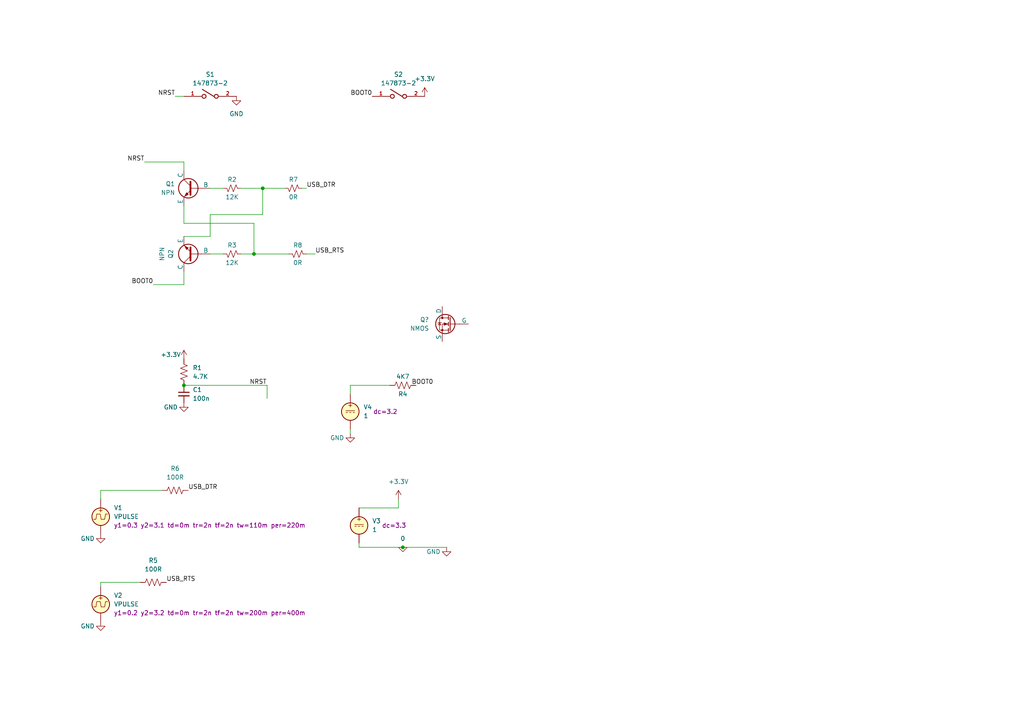
<source format=kicad_sch>
(kicad_sch (version 20230121) (generator eeschema)
  (paper "A4")
  (lib_symbols
    (symbol "BlinkyShared:147873-2" (pin_names (offset 1.016))
      (property "Reference" "S" (at -5.0838 5.0838 0))
      (property "Value" "147873-2" (at -5.0804 -5.0804 0))
      (symbol "147873-2_0_0"
        (circle (center -1.778 0) (radius 0.568) (stroke (width 0.254)))
        (polyline (pts (xy 1.016 0) (xy -2.286 2.032)) (stroke (width 0.254)))
        (circle (center 1.778 0) (radius 0.568) (stroke (width 0.254)))
        (pin passive line (at -7.62 0 0) (length 5.08) (name "~") (number "1"))
        (pin passive line (at 7.62 0 180) (length 5.08) (name "~") (number "2"))
      )
    )
    (symbol "Device:C_Small" (pin_numbers hide) (pin_names (offset 0.254) hide)
      (property "Reference" "C" (at 0.254 1.778 0))
      (property "Value" "C_Small" (at 0.254 -2.032 0))
      (symbol "C_Small_0_1"
        (polyline (pts (xy -1.524 -0.508) (xy 1.524 -0.508)) (stroke (width 0.3302)))
        (polyline (pts (xy -1.524 0.508) (xy 1.524 0.508)) (stroke (width 0.3048)))
      )
      (symbol "C_Small_1_1"
        (pin passive line (at 0 2.54 270) (length 2.032) (name "~") (number "1"))
        (pin passive line (at 0 -2.54 90) (length 2.032) (name "~") (number "2"))
      )
    )
    (symbol "Device:R_Small_US" (pin_numbers hide) (pin_names (offset 0.254) hide)
      (property "Reference" "R" (at 0.762 0.508 0))
      (property "Value" "R_Small_US" (at 0.762 -1.016 0))
      (symbol "R_Small_US_1_1"
        (polyline (pts (xy 0 0) (xy 1.016 -0.381) (xy 0 -0.762) (xy -1.016 -1.143) (xy 0 -1.524)))
        (polyline (pts (xy 0 1.524) (xy 1.016 1.143) (xy 0 0.762) (xy -1.016 0.381) (xy 0 0)))
        (pin passive line (at 0 2.54 270) (length 1.016) (name "~") (number "1"))
        (pin passive line (at 0 -2.54 90) (length 1.016) (name "~") (number "2"))
      )
    )
    (symbol "Device:R_US" (pin_numbers hide) (pin_names (offset 0))
      (property "Reference" "R" (at 2.54 0 90))
      (property "Value" "R_US" (at -2.54 0 90))
      (symbol "R_US_0_1"
        (polyline (pts (xy 0 -2.286) (xy 0 -2.54)))
        (polyline (pts (xy 0 2.286) (xy 0 2.54)))
        (polyline (pts (xy 0 -0.762) (xy 1.016 -1.143) (xy 0 -1.524) (xy -1.016 -1.905) (xy 0 -2.286)))
        (polyline (pts (xy 0 0.762) (xy 1.016 0.381) (xy 0 0) (xy -1.016 -0.381) (xy 0 -0.762)))
        (polyline (pts (xy 0 2.286) (xy 1.016 1.905) (xy 0 1.524) (xy -1.016 1.143) (xy 0 0.762)))
      )
      (symbol "R_US_1_1"
        (pin passive line (at 0 3.81 270) (length 1.27) (name "~") (number "1"))
        (pin passive line (at 0 -3.81 90) (length 1.27) (name "~") (number "2"))
      )
    )
    (symbol "Simulation_SPICE:0" (power) (pin_names (offset 0))
      (property "Value" "0" (at 0 -1.778 0))
      (symbol "0_0_1"
        (polyline (pts (xy -1.27 0) (xy 0 -1.27) (xy 1.27 0) (xy -1.27 0)))
      )
      (symbol "0_1_1"
        (pin power_in line (at 0 0 0) (length 0) hide (name "0") (number "1"))
      )
    )
    (symbol "Simulation_SPICE:NMOS" (pin_numbers hide) (pin_names (offset 0))
      (property "Reference" "Q" (at 5.08 1.27 0))
      (property "Value" "NMOS" (at 5.08 -1.27 0))
      (symbol "NMOS_0_1"
        (polyline (pts (xy 0.254 0) (xy -2.54 0)))
        (polyline (pts (xy 0.254 1.905) (xy 0.254 -1.905)) (stroke (width 0.254)))
        (polyline (pts (xy 0.762 -1.27) (xy 0.762 -2.286)) (stroke (width 0.254)))
        (polyline (pts (xy 0.762 0.508) (xy 0.762 -0.508)) (stroke (width 0.254)))
        (polyline (pts (xy 0.762 2.286) (xy 0.762 1.27)) (stroke (width 0.254)))
        (polyline (pts (xy 2.54 2.54) (xy 2.54 1.778)))
        (polyline (pts (xy 2.54 -2.54) (xy 2.54 0) (xy 0.762 0)))
        (polyline (pts (xy 0.762 -1.778) (xy 3.302 -1.778) (xy 3.302 1.778) (xy 0.762 1.778)))
        (polyline (pts (xy 1.016 0) (xy 2.032 0.381) (xy 2.032 -0.381) (xy 1.016 0)) (fill (type outline)))
        (polyline (pts (xy 2.794 0.508) (xy 2.921 0.381) (xy 3.683 0.381) (xy 3.81 0.254)))
        (polyline (pts (xy 3.302 0.381) (xy 2.921 -0.254) (xy 3.683 -0.254) (xy 3.302 0.381)))
        (circle (center 1.651 0) (radius 2.794) (stroke (width 0.254)))
        (circle (center 2.54 -1.778) (radius 0.254) (fill (type outline)))
        (circle (center 2.54 1.778) (radius 0.254) (fill (type outline)))
      )
      (symbol "NMOS_1_1"
        (pin passive line (at 2.54 5.08 270) (length 2.54) (name "D") (number "1"))
        (pin input line (at -5.08 0 0) (length 2.54) (name "G") (number "2"))
        (pin passive line (at 2.54 -5.08 90) (length 2.54) (name "S") (number "3"))
      )
    )
    (symbol "Simulation_SPICE:NPN" (pin_numbers hide) (pin_names (offset 0))
      (property "Reference" "Q" (at -2.54 7.62 0))
      (property "Value" "NPN" (at -2.54 5.08 0))
      (symbol "NPN_0_1"
        (polyline (pts (xy -2.54 0) (xy 0.635 0)) (stroke (width 0.1524)))
        (polyline (pts (xy 0.635 0.635) (xy 2.54 2.54)))
        (polyline (pts (xy 2.794 -1.27) (xy 2.794 -1.27)) (stroke (width 0.1524)))
        (polyline (pts (xy 2.794 -1.27) (xy 2.794 -1.27)) (stroke (width 0.1524)))
        (polyline (pts (xy 0.635 -0.635) (xy 2.54 -2.54) (xy 2.54 -2.54)))
        (polyline (pts (xy 0.635 1.905) (xy 0.635 -1.905) (xy 0.635 -1.905)) (stroke (width 0.508)))
        (polyline (pts (xy 1.27 -1.778) (xy 1.778 -1.27) (xy 2.286 -2.286) (xy 1.27 -1.778) (xy 1.27 -1.778)) (fill (type outline)))
        (circle (center 1.27 0) (radius 2.8194) (stroke (width 0.254)))
      )
      (symbol "NPN_1_1"
        (pin open_collector line (at 2.54 5.08 270) (length 2.54) (name "C") (number "1"))
        (pin input line (at -5.08 0 0) (length 2.54) (name "B") (number "2"))
        (pin open_emitter line (at 2.54 -5.08 90) (length 2.54) (name "E") (number "3"))
      )
    )
    (symbol "Simulation_SPICE:VDC" (pin_numbers hide) (pin_names (offset 0.0254))
      (property "Reference" "V" (at 2.54 2.54 0))
      (property "Value" "1" (at 2.54 0 0))
      (symbol "VDC_0_0"
        (polyline (pts (xy -1.27 0.254) (xy 1.27 0.254)))
        (polyline (pts (xy -0.762 -0.254) (xy -1.27 -0.254)))
        (polyline (pts (xy 0.254 -0.254) (xy -0.254 -0.254)))
        (polyline (pts (xy 1.27 -0.254) (xy 0.762 -0.254)))
        (text "+" (at 0 1.905 0) (effects (font (size 1.27 1.27))))
      )
      (symbol "VDC_0_1"
        (circle (center 0 0) (radius 2.54) (stroke (width 0.254)) (fill (type background)))
      )
      (symbol "VDC_1_1"
        (pin passive line (at 0 5.08 270) (length 2.54) (name "~") (number "1"))
        (pin passive line (at 0 -5.08 90) (length 2.54) (name "~") (number "2"))
      )
    )
    (symbol "Simulation_SPICE:VPULSE" (pin_numbers hide) (pin_names (offset 0.0254))
      (property "Reference" "V" (at 2.54 2.54 0))
      (property "Value" "VPULSE" (at 2.54 0 0))
      (property "Sim.Params" "y1=0 y2=1 td=2n tr=2n tf=2n tw=50n per=100n" (at 2.54 -2.54 0))
      (symbol "VPULSE_0_0"
        (polyline (pts (xy -2.032 -0.762) (xy -1.397 -0.762) (xy -1.143 0.762) (xy -0.127 0.762) (xy 0.127 -0.762) (xy 1.143 -0.762) (xy 1.397 0.762) (xy 2.032 0.762)))
        (text "+" (at 0 1.905 0) (effects (font (size 1.27 1.27))))
      )
      (symbol "VPULSE_0_1"
        (circle (center 0 0) (radius 2.54) (stroke (width 0.254)) (fill (type background)))
      )
      (symbol "VPULSE_1_1"
        (pin passive line (at 0 5.08 270) (length 2.54) (name "~") (number "1"))
        (pin passive line (at 0 -5.08 90) (length 2.54) (name "~") (number "2"))
      )
    )
    (symbol "power:+3.3V" (power) (pin_names (offset 0))
      (property "Value" "+3.3V" (at 0 3.556 0))
      (symbol "+3.3V_0_1"
        (polyline (pts (xy -0.762 1.27) (xy 0 2.54)))
        (polyline (pts (xy 0 0) (xy 0 2.54)))
        (polyline (pts (xy 0 2.54) (xy 0.762 1.27)))
      )
      (symbol "+3.3V_1_1"
        (pin power_in line (at 0 0 90) (length 0) hide (name "+3.3V") (number "1"))
      )
    )
    (symbol "power:GND" (power) (pin_names (offset 0))
      (property "Value" "GND" (at 0 -3.81 0))
      (symbol "GND_0_1"
        (polyline (pts (xy 0 0) (xy 0 -1.27) (xy 1.27 -1.27) (xy 0 -2.54) (xy -1.27 -1.27) (xy 0 -1.27)))
      )
      (symbol "GND_1_1"
        (pin power_in line (at 0 0 270) (length 0) hide (name "GND") (number "1"))
      )
    )
  )
  (junction (at 53.34 111.76))
  (junction (at 73.66 73.66))
  (junction (at 116.84 158.75))
  (junction (at 76.2 54.61))
  (wire (pts (xy 53.34 64.77) (xy 73.66 64.77)))
  (wire (pts (xy 53.34 82.55) (xy 53.34 78.74)))
  (wire (pts (xy 77.47 115.57) (xy 77.47 111.76)))
  (wire (pts (xy 53.34 46.99) (xy 53.34 49.53)))
  (wire (pts (xy 53.34 68.58) (xy 60.96 68.58)))
  (wire (pts (xy 91.44 73.66) (xy 88.9 73.66)))
  (wire (pts (xy 101.6 111.76) (xy 113.03 111.76)))
  (wire (pts (xy 29.21 142.24) (xy 46.99 142.24)))
  (wire (pts (xy 29.21 168.91) (xy 29.21 170.18)))
  (wire (pts (xy 76.2 62.23) (xy 76.2 54.61)))
  (wire (pts (xy 60.96 54.61) (xy 64.77 54.61)))
  (wire (pts (xy 60.96 62.23) (xy 76.2 62.23)))
  (wire (pts (xy 60.96 73.66) (xy 64.77 73.66)))
  (wire (pts (xy 104.14 158.75) (xy 116.84 158.75)))
  (wire (pts (xy 53.34 111.76) (xy 77.47 111.76)))
  (wire (pts (xy 41.91 46.99) (xy 53.34 46.99)))
  (wire (pts (xy 101.6 125.73) (xy 101.6 124.46)))
  (wire (pts (xy 104.14 157.48) (xy 104.14 158.75)))
  (wire (pts (xy 53.34 59.69) (xy 53.34 64.77)))
  (wire (pts (xy 101.6 114.3) (xy 101.6 111.76)))
  (wire (pts (xy 115.57 147.32) (xy 115.57 144.78)))
  (wire (pts (xy 116.84 158.75) (xy 129.54 158.75)))
  (wire (pts (xy 120.65 111.76) (xy 119.38 111.76)))
  (wire (pts (xy 69.85 54.61) (xy 76.2 54.61)))
  (wire (pts (xy 88.9 54.61) (xy 87.63 54.61)))
  (wire (pts (xy 76.2 54.61) (xy 82.55 54.61)))
  (wire (pts (xy 104.14 147.32) (xy 115.57 147.32)))
  (wire (pts (xy 29.21 142.24) (xy 29.21 144.78)))
  (wire (pts (xy 44.45 82.55) (xy 53.34 82.55)))
  (wire (pts (xy 69.85 73.66) (xy 73.66 73.66)))
  (wire (pts (xy 73.66 73.66) (xy 83.82 73.66)))
  (wire (pts (xy 50.8 27.94) (xy 53.34 27.94)))
  (wire (pts (xy 60.96 68.58) (xy 60.96 62.23)))
  (wire (pts (xy 73.66 64.77) (xy 73.66 73.66)))
  (wire (pts (xy 40.64 168.91) (xy 29.21 168.91)))
  (label "USB_RTS" (at 91.44 73.66 0))
  (label "NRST" (at 50.8 27.94 180))
  (label "USB_DTR" (at 54.61 142.24 0))
  (label "BOOT0" (at 44.45 82.55 180))
  (label "NRST" (at 41.91 46.99 180))
  (label "USB_DTR" (at 88.9 54.61 0))
  (label "NRST" (at 72.39 111.76 0))
  (label "BOOT0" (at 119.38 111.76 0))
  (label "USB_RTS" (at 48.26 168.91 0))
  (label "BOOT0" (at 107.95 27.94 180))
  (symbol (lib_id "Simulation_SPICE:VPULSE") (at 29.21 175.26 0) (unit 1)
    (property "Reference" "V2" (at 33.02 172.6842 0) (effects (justify left)))
    (property "Value" "VPULSE" (at 33.02 175.2242 0) (effects (justify left)))
    (property "Sim.Pins" "1=+ 2=-" (effects hide))
    (property "Sim.Type" "PULSE" (effects hide))
    (property "Sim.Device" "V" (effects hide))
    (property "Sim.Params" "y1=0.2 y2=3.2 td=0m tr=2n tf=2n tw=200m per=400m" (at 33.02 177.7642 0) (effects (justify left)))
  )
  (symbol (lib_id "Simulation_SPICE:VDC") (at 101.6 119.38 0) (unit 1)
    (property "Reference" "V4" (at 105.41 118.0742 0) (effects (justify left)))
    (property "Value" "1" (at 105.41 120.6142 0) (effects (justify left)))
    (property "Sim.Pins" "1=+ 2=-" (effects hide))
    (property "Sim.Type" "DC" (effects hide))
    (property "Sim.Device" "V3.3" (effects hide))
    (property "Sim.Params" "dc=3.2" (at 111.76 119.38 0))
  )
  (symbol (lib_id "BlinkyShared:147873-2") (at 115.57 27.94 0) (unit 1)
    (property "Reference" "S2" (at 115.57 21.59 0))
    (property "Value" "147873-2" (at 115.57 24.13 0))
    (property "Footprint" "SW_147873-2" (effects hide))
    (property "Comment" "147873-2" (effects hide))
    (property "Contact_Current_Rating" "50 mA" (effects hide))
    (property "Configuration_Pole-Throw" "Single Pole - Single Throw" (effects hide))
    (property "JLCPCB Part #" "C266189" (effects hide))
    (property "Sim.Enable" "0" (effects hide))
  )
  (symbol (lib_id "Device:R_US") (at 50.8 142.24 90) (unit 1)
    (property "Reference" "R6" (at 50.8 135.89 90))
    (property "Value" "100R" (at 50.8 138.43 90))
    (property "Footprint" "Resistor_SMD:R_0603_1608Metric" (effects hide))
    (property "JLCPCB Part #" "C23162" (effects hide))
  )
  (symbol (lib_id "power:GND") (at 129.54 158.75 0) (unit 1)
    (property "Reference" "#PWR012" (effects hide))
    (property "Value" "GND" (at 125.73 160.02 0))
  )
  (symbol (lib_id "Device:R_US") (at 44.45 168.91 90) (unit 1)
    (property "Reference" "R5" (at 44.45 162.56 90))
    (property "Value" "100R" (at 44.45 165.1 90))
    (property "Footprint" "Resistor_SMD:R_0603_1608Metric" (effects hide))
    (property "JLCPCB Part #" "C23162" (effects hide))
  )
  (symbol (lib_id "Simulation_SPICE:NPN") (at 55.88 73.66 180) (unit 1)
    (property "Reference" "Q2" (at 49.53 73.66 90))
    (property "Value" "NPN" (at 46.99 73.66 90))
    (property "Sim.Device" "NPN" (effects hide))
    (property "Sim.Type" "GUMMELPOON" (effects hide))
    (property "Sim.Pins" "1=C 2=B 3=E" (effects hide))
  )
  (symbol (lib_id "power:+3.3V") (at 123.19 27.94 0) (unit 1)
    (property "Reference" "#PWR09" (effects hide))
    (property "Value" "+3.3V" (at 123.19 22.86 0))
  )
  (symbol (lib_id "Simulation_SPICE:NPN") (at 55.88 54.61 0) (mirror y) (unit 1)
    (property "Reference" "Q1" (at 50.8 53.34 0) (effects (justify left)))
    (property "Value" "NPN" (at 50.8 55.88 0) (effects (justify left)))
    (property "Sim.Device" "NPN" (effects hide))
    (property "Sim.Type" "GUMMELPOON" (effects hide))
    (property "Sim.Pins" "1=C 2=B 3=E" (effects hide))
  )
  (symbol (lib_id "power:GND") (at 68.58 27.94 0) (unit 1)
    (property "Reference" "#PWR01" (effects hide))
    (property "Value" "GND" (at 68.58 33.02 0))
  )
  (symbol (lib_id "Simulation_SPICE:VDC") (at 104.14 152.4 0) (unit 1)
    (property "Reference" "V3" (at 107.95 151.0942 0) (effects (justify left)))
    (property "Value" "1" (at 107.95 153.6342 0) (effects (justify left)))
    (property "Sim.Pins" "1=+ 2=-" (effects hide))
    (property "Sim.Type" "DC" (effects hide))
    (property "Sim.Device" "V3.3" (effects hide))
    (property "Sim.Params" "dc=3.3" (at 114.3 152.4 0))
  )
  (symbol (lib_id "power:GND") (at 29.21 154.94 0) (unit 1)
    (property "Reference" "#PWR04" (effects hide))
    (property "Value" "GND" (at 25.4 156.21 0))
  )
  (symbol (lib_id "Device:R_US") (at 116.84 111.76 270) (unit 1)
    (property "Reference" "R4" (at 116.84 114.3 90))
    (property "Value" "4K7" (at 116.84 109.22 90))
    (property "Footprint" "Resistor_SMD:R_0603_1608Metric" (effects hide))
    (property "JLCPCB Part #" "C23162" (effects hide))
  )
  (symbol (lib_id "BlinkyShared:147873-2") (at 60.96 27.94 0) (unit 1)
    (property "Reference" "S1" (at 60.96 21.59 0))
    (property "Value" "147873-2" (at 60.96 24.13 0))
    (property "Footprint" "SW_147873-2" (effects hide))
    (property "Comment" "147873-2" (effects hide))
    (property "Contact_Current_Rating" "50 mA" (effects hide))
    (property "Configuration_Pole-Throw" "Single Pole - Single Throw" (effects hide))
    (property "JLCPCB Part #" "C266189" (effects hide))
    (property "Sim.Enable" "0" (effects hide))
  )
  (symbol (lib_id "Simulation_SPICE:NMOS") (at 130.81 93.98 0) (mirror y) (unit 1)
    (property "Reference" "Q?" (at 124.46 92.71 0) (effects (justify left)))
    (property "Value" "NMOS" (at 124.46 95.25 0) (effects (justify left)))
    (property "Datasheet" "https://ngspice.sourceforge.io/docs/ngspice-manual.pdf" (effects hide))
    (property "Sim.Device" "NMOS" (effects hide))
    (property "Sim.Type" "VDMOS" (effects hide))
    (property "Sim.Pins" "1=D 2=G 3=S" (effects hide))
  )
  (symbol (lib_id "power:GND") (at 101.6 125.73 0) (unit 1)
    (property "Reference" "#PWR07" (effects hide))
    (property "Value" "GND" (at 97.79 127 0))
  )
  (symbol (lib_id "power:GND") (at 53.34 116.84 0) (unit 1)
    (property "Reference" "#PWR06" (effects hide))
    (property "Value" "GND" (at 49.53 118.11 0))
  )
  (symbol (lib_id "power:+3.3V") (at 115.57 144.78 0) (unit 1)
    (property "Reference" "#PWR011" (effects hide))
    (property "Value" "+3.3V" (at 115.57 139.7 0))
  )
  (symbol (lib_id "Device:R_Small_US") (at 86.36 73.66 90) (mirror x) (unit 1)
    (property "Reference" "R8" (at 86.36 71.12 90))
    (property "Value" "0R" (at 86.36 76.2 90))
    (property "Footprint" "Resistor_SMD:R_0603_1608Metric" (effects hide))
    (property "JLCPCB Part #" "C21190" (effects hide))
  )
  (symbol (lib_id "power:GND") (at 29.21 180.34 0) (unit 1)
    (property "Reference" "#PWR010" (effects hide))
    (property "Value" "GND" (at 25.4 181.61 0))
  )
  (symbol (lib_id "Device:R_Small_US") (at 67.31 73.66 90) (mirror x) (unit 1)
    (property "Reference" "R3" (at 67.31 71.12 90))
    (property "Value" "12K" (at 67.31 76.2 90))
    (property "Footprint" "Resistor_SMD:R_0603_1608Metric" (effects hide))
    (property "JLCPCB Part #" "C21190" (effects hide))
  )
  (symbol (lib_id "Simulation_SPICE:0") (at 116.84 158.75 0) (unit 1)
    (property "Reference" "#GND01" (effects hide))
    (property "Value" "0" (at 116.84 156.21 0))
  )
  (symbol (lib_id "Simulation_SPICE:VPULSE") (at 29.21 149.86 0) (unit 1)
    (property "Reference" "V1" (at 33.02 147.2842 0) (effects (justify left)))
    (property "Value" "VPULSE" (at 33.02 149.8242 0) (effects (justify left)))
    (property "Sim.Pins" "1=+ 2=-" (effects hide))
    (property "Sim.Type" "PULSE" (effects hide))
    (property "Sim.Device" "V" (effects hide))
    (property "Sim.Params" "y1=0.3 y2=3.1 td=0m tr=2n tf=2n tw=110m per=220m" (at 33.02 152.3642 0) (effects (justify left)))
  )
  (symbol (lib_id "Device:R_US") (at 53.34 107.95 0) (unit 1)
    (property "Reference" "R1" (at 55.88 106.68 0) (effects (justify left)))
    (property "Value" "4.7K" (at 55.88 109.22 0) (effects (justify left)))
    (property "Footprint" "Resistor_SMD:R_0603_1608Metric" (effects hide))
    (property "JLCPCB Part #" "C23162" (effects hide))
  )
  (symbol (lib_id "power:+3.3V") (at 53.34 104.14 0) (unit 1)
    (property "Reference" "#PWR05" (effects hide))
    (property "Value" "+3.3V" (at 49.53 102.87 0))
  )
  (symbol (lib_id "Device:R_Small_US") (at 67.31 54.61 90) (mirror x) (unit 1)
    (property "Reference" "R2" (at 67.31 52.07 90))
    (property "Value" "12K" (at 67.31 57.15 90))
    (property "Footprint" "Resistor_SMD:R_0603_1608Metric" (effects hide))
    (property "JLCPCB Part #" "C21190" (effects hide))
  )
  (symbol (lib_id "Device:C_Small") (at 53.34 114.3 0) (unit 1)
    (property "Reference" "C1" (at 55.88 113.0363 0) (effects (justify left)))
    (property "Value" "100n" (at 55.88 115.5763 0) (effects (justify left)))
    (property "Footprint" "Capacitor_SMD:C_0603_1608Metric" (effects hide))
    (property "JLCPCB Part #" "C14663" (effects hide))
  )
  (symbol (lib_id "Device:R_Small_US") (at 85.09 54.61 90) (mirror x) (unit 1)
    (property "Reference" "R7" (at 85.09 52.07 90))
    (property "Value" "0R" (at 85.09 57.15 90))
    (property "Footprint" "Resistor_SMD:R_0603_1608Metric" (effects hide))
    (property "JLCPCB Part #" "C21190" (effects hide))
  )
)
</source>
